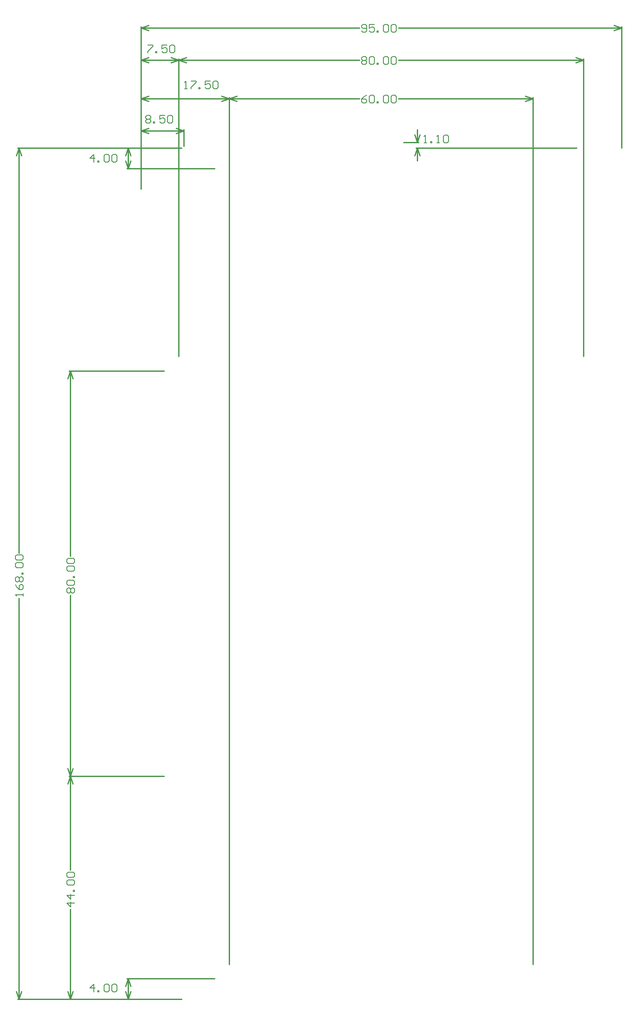
<source format=gbr>
%TF.GenerationSoftware,Altium Limited,Altium Designer,23.6.0 (18)*%
G04 Layer_Color=32768*
%FSLAX43Y43*%
%MOMM*%
%TF.SameCoordinates,407812E0-2FFD-4E57-8D94-CFCBE61D5419*%
%TF.FilePolarity,Positive*%
%TF.FileFunction,Other,Top_Dimensions*%
%TF.Part,Single*%
G01*
G75*
%TA.AperFunction,NonConductor*%
%ADD67C,0.152*%
%ADD68C,0.254*%
D67*
X-14325Y80166D02*
X-14579Y80420D01*
Y80927D01*
X-14325Y81181D01*
X-14072D01*
X-13818Y80927D01*
X-13564Y81181D01*
X-13310D01*
X-13056Y80927D01*
Y80420D01*
X-13310Y80166D01*
X-13564D01*
X-13818Y80420D01*
X-14072Y80166D01*
X-14325D01*
X-13818Y80420D02*
Y80927D01*
X-14325Y81689D02*
X-14579Y81943D01*
Y82451D01*
X-14325Y82705D01*
X-13310D01*
X-13056Y82451D01*
Y81943D01*
X-13310Y81689D01*
X-14325D01*
X-13056Y83213D02*
X-13310D01*
Y83467D01*
X-13056D01*
Y83213D01*
X-14325Y84482D02*
X-14579Y84736D01*
Y85244D01*
X-14325Y85498D01*
X-13310D01*
X-13056Y85244D01*
Y84736D01*
X-13310Y84482D01*
X-14325D01*
Y86006D02*
X-14579Y86260D01*
Y86768D01*
X-14325Y87022D01*
X-13310D01*
X-13056Y86768D01*
Y86260D01*
X-13310Y86006D01*
X-14325D01*
X-13056Y18927D02*
X-14579D01*
X-13818Y18166D01*
Y19181D01*
X-13056Y20451D02*
X-14579D01*
X-13818Y19689D01*
Y20705D01*
X-13056Y21213D02*
X-13310D01*
Y21467D01*
X-13056D01*
Y21213D01*
X-14325Y22482D02*
X-14579Y22736D01*
Y23244D01*
X-14325Y23498D01*
X-13310D01*
X-13056Y23244D01*
Y22736D01*
X-13310Y22482D01*
X-14325D01*
Y24006D02*
X-14579Y24260D01*
Y24768D01*
X-14325Y25021D01*
X-13310D01*
X-13056Y24768D01*
Y24260D01*
X-13310Y24006D01*
X-14325D01*
X-9246Y1422D02*
Y2946D01*
X-10008Y2184D01*
X-8992D01*
X-8484Y1422D02*
Y1676D01*
X-8230D01*
Y1422D01*
X-8484D01*
X-7214Y2692D02*
X-6961Y2946D01*
X-6453D01*
X-6199Y2692D01*
Y1676D01*
X-6453Y1422D01*
X-6961D01*
X-7214Y1676D01*
Y2692D01*
X-5691D02*
X-5437Y2946D01*
X-4929D01*
X-4675Y2692D01*
Y1676D01*
X-4929Y1422D01*
X-5437D01*
X-5691Y1676D01*
Y2692D01*
X-23216Y79531D02*
Y80039D01*
Y79785D01*
X-24739D01*
X-24485Y79531D01*
X-24739Y81816D02*
X-24485Y81308D01*
X-23978Y80800D01*
X-23470D01*
X-23216Y81054D01*
Y81562D01*
X-23470Y81816D01*
X-23724D01*
X-23978Y81562D01*
Y80800D01*
X-24485Y82324D02*
X-24739Y82578D01*
Y83086D01*
X-24485Y83340D01*
X-24232D01*
X-23978Y83086D01*
X-23724Y83340D01*
X-23470D01*
X-23216Y83086D01*
Y82578D01*
X-23470Y82324D01*
X-23724D01*
X-23978Y82578D01*
X-24232Y82324D01*
X-24485D01*
X-23978Y82578D02*
Y83086D01*
X-23216Y83848D02*
X-23470D01*
Y84101D01*
X-23216D01*
Y83848D01*
X-24485Y85117D02*
X-24739Y85371D01*
Y85879D01*
X-24485Y86133D01*
X-23470D01*
X-23216Y85879D01*
Y85371D01*
X-23470Y85117D01*
X-24485D01*
Y86641D02*
X-24739Y86895D01*
Y87402D01*
X-24485Y87656D01*
X-23470D01*
X-23216Y87402D01*
Y86895D01*
X-23470Y86641D01*
X-24485D01*
X-9246Y165252D02*
Y166776D01*
X-10008Y166014D01*
X-8992D01*
X-8484Y165252D02*
Y165506D01*
X-8230D01*
Y165252D01*
X-8484D01*
X-7214Y166522D02*
X-6961Y166776D01*
X-6453D01*
X-6199Y166522D01*
Y165506D01*
X-6453Y165252D01*
X-6961D01*
X-7214Y165506D01*
Y166522D01*
X-5691D02*
X-5437Y166776D01*
X-4929D01*
X-4675Y166522D01*
Y165506D01*
X-4929Y165252D01*
X-5437D01*
X-5691Y165506D01*
Y166522D01*
X967Y174177D02*
X1221Y174431D01*
X1729D01*
X1983Y174177D01*
Y173923D01*
X1729Y173669D01*
X1983Y173415D01*
Y173161D01*
X1729Y172907D01*
X1221D01*
X967Y173161D01*
Y173415D01*
X1221Y173669D01*
X967Y173923D01*
Y174177D01*
X1221Y173669D02*
X1729D01*
X2491Y172907D02*
Y173161D01*
X2745D01*
Y172907D01*
X2491D01*
X4776Y174431D02*
X3760D01*
Y173669D01*
X4268Y173923D01*
X4522D01*
X4776Y173669D01*
Y173161D01*
X4522Y172907D01*
X4014D01*
X3760Y173161D01*
X5284Y174177D02*
X5538Y174431D01*
X6046D01*
X6300Y174177D01*
Y173161D01*
X6046Y172907D01*
X5538D01*
X5284Y173161D01*
Y174177D01*
X1422Y188366D02*
X2438D01*
Y188112D01*
X1422Y187096D01*
Y186842D01*
X2946D02*
Y187096D01*
X3200D01*
Y186842D01*
X2946D01*
X5231Y188366D02*
X4215D01*
Y187604D01*
X4723Y187858D01*
X4977D01*
X5231Y187604D01*
Y187096D01*
X4977Y186842D01*
X4469D01*
X4215Y187096D01*
X5739Y188112D02*
X5993Y188366D01*
X6501D01*
X6755Y188112D01*
Y187096D01*
X6501Y186842D01*
X5993D01*
X5739Y187096D01*
Y188112D01*
X8652Y179730D02*
X9160D01*
X8906D01*
Y181254D01*
X8652Y181000D01*
X9922Y181254D02*
X10938D01*
Y181000D01*
X9922Y179984D01*
Y179730D01*
X11446D02*
Y179984D01*
X11699D01*
Y179730D01*
X11446D01*
X13731Y181254D02*
X12715D01*
Y180492D01*
X13223Y180746D01*
X13477D01*
X13731Y180492D01*
Y179984D01*
X13477Y179730D01*
X12969D01*
X12715Y179984D01*
X14239Y181000D02*
X14493Y181254D01*
X15000D01*
X15254Y181000D01*
Y179984D01*
X15000Y179730D01*
X14493D01*
X14239Y179984D01*
Y181000D01*
X56032Y169062D02*
X56540D01*
X56286D01*
Y170586D01*
X56032Y170332D01*
X57302Y169062D02*
Y169316D01*
X57556D01*
Y169062D01*
X57302D01*
X58572D02*
X59079D01*
X58826D01*
Y170586D01*
X58572Y170332D01*
X59841D02*
X60095Y170586D01*
X60603D01*
X60857Y170332D01*
Y169316D01*
X60603Y169062D01*
X60095D01*
X59841Y169316D01*
Y170332D01*
X44681Y178409D02*
X44174Y178155D01*
X43666Y177648D01*
Y177140D01*
X43920Y176886D01*
X44427D01*
X44681Y177140D01*
Y177394D01*
X44427Y177648D01*
X43666D01*
X45189Y178155D02*
X45443Y178409D01*
X45951D01*
X46205Y178155D01*
Y177140D01*
X45951Y176886D01*
X45443D01*
X45189Y177140D01*
Y178155D01*
X46713Y176886D02*
Y177140D01*
X46967D01*
Y176886D01*
X46713D01*
X47982Y178155D02*
X48236Y178409D01*
X48744D01*
X48998Y178155D01*
Y177140D01*
X48744Y176886D01*
X48236D01*
X47982Y177140D01*
Y178155D01*
X49506D02*
X49760Y178409D01*
X50268D01*
X50521Y178155D01*
Y177140D01*
X50268Y176886D01*
X49760D01*
X49506Y177140D01*
Y178155D01*
X43666Y185775D02*
X43920Y186029D01*
X44427D01*
X44681Y185775D01*
Y185522D01*
X44427Y185268D01*
X44681Y185014D01*
Y184760D01*
X44427Y184506D01*
X43920D01*
X43666Y184760D01*
Y185014D01*
X43920Y185268D01*
X43666Y185522D01*
Y185775D01*
X43920Y185268D02*
X44427D01*
X45189Y185775D02*
X45443Y186029D01*
X45951D01*
X46205Y185775D01*
Y184760D01*
X45951Y184506D01*
X45443D01*
X45189Y184760D01*
Y185775D01*
X46713Y184506D02*
Y184760D01*
X46967D01*
Y184506D01*
X46713D01*
X47982Y185775D02*
X48236Y186029D01*
X48744D01*
X48998Y185775D01*
Y184760D01*
X48744Y184506D01*
X48236D01*
X47982Y184760D01*
Y185775D01*
X49506D02*
X49760Y186029D01*
X50268D01*
X50521Y185775D01*
Y184760D01*
X50268Y184506D01*
X49760D01*
X49506Y184760D01*
Y185775D01*
X43666Y191110D02*
X43920Y190856D01*
X44427D01*
X44681Y191110D01*
Y192125D01*
X44427Y192379D01*
X43920D01*
X43666Y192125D01*
Y191872D01*
X43920Y191618D01*
X44681D01*
X46205Y192379D02*
X45189D01*
Y191618D01*
X45697Y191872D01*
X45951D01*
X46205Y191618D01*
Y191110D01*
X45951Y190856D01*
X45443D01*
X45189Y191110D01*
X46713Y190856D02*
Y191110D01*
X46967D01*
Y190856D01*
X46713D01*
X47982Y192125D02*
X48236Y192379D01*
X48744D01*
X48998Y192125D01*
Y191110D01*
X48744Y190856D01*
X48236D01*
X47982Y191110D01*
Y192125D01*
X49506D02*
X49760Y192379D01*
X50268D01*
X50521Y192125D01*
Y191110D01*
X50268Y190856D01*
X49760D01*
X49506Y191110D01*
Y192125D01*
D68*
X-14224Y44000D02*
X4646D01*
X-14224Y124000D02*
X4646D01*
X-13970Y44000D02*
Y79759D01*
Y87428D02*
Y124000D01*
Y44000D02*
X-13462Y45524D01*
X-14478D02*
X-13970Y44000D01*
X-14478Y122476D02*
X-13970Y124000D01*
X-13462Y122476D01*
X-14224Y0D02*
X8119D01*
X-14224Y44000D02*
X4646D01*
X-13970Y0D02*
Y17759D01*
Y25428D02*
Y44000D01*
Y0D02*
X-13462Y1524D01*
X-14478D02*
X-13970Y0D01*
X-14478Y42476D02*
X-13970Y44000D01*
X-13462Y42476D01*
X-2794Y0D02*
X8119D01*
X-2794Y4000D02*
X14646D01*
X-2540Y0D02*
Y2000D01*
Y4000D01*
Y0D02*
X-2032Y1524D01*
X-3048D02*
X-2540Y0D01*
X-3048Y2476D02*
X-2540Y4000D01*
X-2032Y2476D01*
X-24384Y0D02*
X0D01*
X-24384Y168000D02*
X0D01*
X-24130Y0D02*
Y79125D01*
Y88063D02*
Y168000D01*
Y0D02*
X-23622Y1524D01*
X-24638D02*
X-24130Y0D01*
X-24638Y166476D02*
X-24130Y168000D01*
X-23622Y166476D01*
X-2794Y168000D02*
X8119D01*
X-2794Y164000D02*
X14646D01*
X-2540Y166000D02*
Y168000D01*
Y164000D02*
Y166000D01*
X-3048Y166476D02*
X-2540Y168000D01*
X-2032Y166476D01*
X-2540Y164000D02*
X-2032Y165524D01*
X-3048D02*
X-2540Y164000D01*
X0Y168000D02*
Y171704D01*
X8500Y168381D02*
Y171704D01*
X0Y171450D02*
X4250D01*
X8500D01*
X0D02*
X1524Y170942D01*
X0Y171450D02*
X1524Y171958D01*
X6976D02*
X8500Y171450D01*
X6976Y170942D02*
X8500Y171450D01*
X0Y159881D02*
Y185674D01*
X7500Y126854D02*
Y185674D01*
X0Y185420D02*
X3750D01*
X7500D01*
X0D02*
X1524Y184912D01*
X0Y185420D02*
X1524Y185928D01*
X5976D02*
X7500Y185420D01*
X5976Y184912D02*
X7500Y185420D01*
X0Y159881D02*
Y178054D01*
X17500Y6854D02*
Y178054D01*
X0Y177800D02*
X8750D01*
X17500D01*
X0D02*
X1524Y177292D01*
X0Y177800D02*
X1524Y178308D01*
X15976D02*
X17500Y177800D01*
X15976Y177292D02*
X17500Y177800D01*
X51970Y169100D02*
X54864D01*
X54356Y168000D02*
X86119D01*
X54610Y165460D02*
Y168000D01*
Y169100D02*
Y171640D01*
X54102Y166476D02*
X54610Y168000D01*
X55118Y166476D01*
X54610Y169100D02*
X55118Y170624D01*
X54102D02*
X54610Y169100D01*
X77500Y6854D02*
Y178054D01*
X17500Y166854D02*
Y178054D01*
X50928Y177800D02*
X77500D01*
X17500D02*
X43259D01*
X75976Y178308D02*
X77500Y177800D01*
X75976Y177292D02*
X77500Y177800D01*
X17500D02*
X19024Y177292D01*
X17500Y177800D02*
X19024Y178308D01*
X87500Y126854D02*
Y185674D01*
X7500Y126854D02*
Y185674D01*
X50928Y185420D02*
X87500D01*
X7500D02*
X43259D01*
X85976Y185928D02*
X87500Y185420D01*
X85976Y184912D02*
X87500Y185420D01*
X7500D02*
X9024Y184912D01*
X7500Y185420D02*
X9024Y185928D01*
X95000Y168000D02*
Y192024D01*
X0Y168000D02*
Y192024D01*
X50928Y191770D02*
X95000D01*
X0D02*
X43259D01*
X93476Y192278D02*
X95000Y191770D01*
X93476Y191262D02*
X95000Y191770D01*
X0D02*
X1524Y191262D01*
X0Y191770D02*
X1524Y192278D01*
%TF.MD5,581c063b79c5d317cf8a249f078ac9a4*%
M02*

</source>
